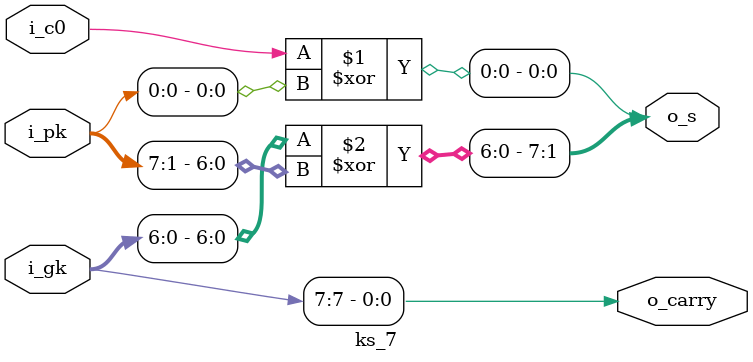
<source format=v>
`default_nettype none

module ks_7(
  input  wire        i_c0,
  input  wire [7:0] i_pk,
  input  wire [7:0] i_gk,
  output wire [7:0] o_s,
  output wire        o_carry
);

assign o_carry   = i_gk[7];
assign o_s[0]    = i_c0 ^ i_pk[0];
assign o_s[7:1] = i_gk[6:0] ^ i_pk[7:1];

endmodule

</source>
